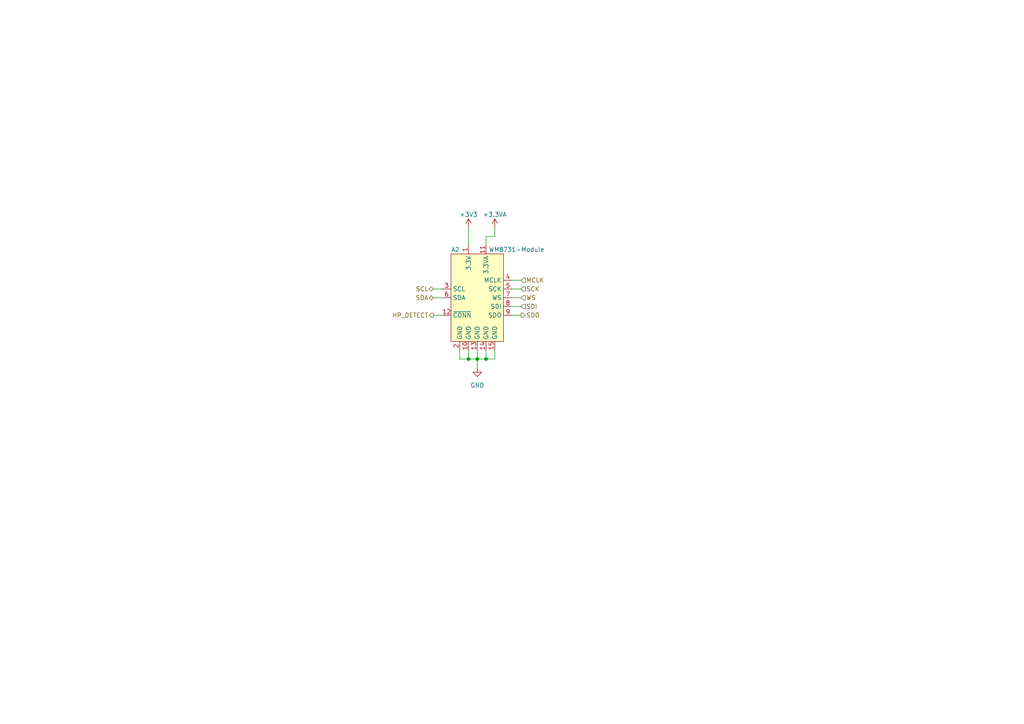
<source format=kicad_sch>
(kicad_sch (version 20210406) (generator eeschema)
  (paper "A4")
  (lib_symbols
    (symbol "HackAmp-Symbols:WM8731-Module"
      (property "Reference" "A" (at -6.35 13.97 0))
      (property "Value" "WM8731-Module" (at 11.43 13.97 0))
      (symbol "WM8731-Module_0_1"
        (rectangle (start -7.62 12.7) (end 7.62 -12.7) (stroke (width 0.1524)) (fill (type background)))
      )
      (symbol "WM8731-Module_1_1"
        (pin power_in line (at -2.54 15.24 270) (length 2.54) (name "3.3V") (number "1"))
        (pin power_in line (at -2.54 -15.24 90) (length 2.54) (name "GND") (number "10"))
        (pin power_in line (at 2.54 15.24 270) (length 2.54) (name "3.3VA") (number "11"))
        (pin output line (at -10.16 -5.08 0) (length 2.54) (name "~CONN") (number "12"))
        (pin power_in line (at 0 -15.24 90) (length 2.54) (name "GND") (number "13"))
        (pin power_in line (at 2.54 -15.24 90) (length 2.54) (name "GND") (number "14"))
        (pin power_in line (at 5.08 -15.24 90) (length 2.54) (name "GND") (number "15"))
        (pin power_in line (at -5.08 -15.24 90) (length 2.54) (name "GND") (number "2"))
        (pin bidirectional line (at -10.16 2.54 0) (length 2.54) (name "SCL") (number "3"))
        (pin input line (at 10.16 5.08 180) (length 2.54) (name "MCLK") (number "4"))
        (pin input line (at 10.16 2.54 180) (length 2.54) (name "SCK") (number "5"))
        (pin bidirectional line (at -10.16 0 0) (length 2.54) (name "SDA") (number "6"))
        (pin input line (at 10.16 0 180) (length 2.54) (name "WS") (number "7"))
        (pin input line (at 10.16 -2.54 180) (length 2.54) (name "SDI") (number "8"))
        (pin output line (at 10.16 -5.08 180) (length 2.54) (name "SDO") (number "9"))
      )
    )
    (symbol "power:+3.3V" (power) (pin_names (offset 0))
      (property "Value" "+3.3V" (at 0 3.556 0))
      (symbol "+3.3V_0_1"
        (polyline (pts (xy -0.762 1.27) (xy 0 2.54)))
        (polyline (pts (xy 0 0) (xy 0 2.54)))
        (polyline (pts (xy 0 2.54) (xy 0.762 1.27)))
      )
      (symbol "+3.3V_1_1"
        (pin power_in line (at 0 0 90) (length 0) hide (name "+3V3") (number "1"))
      )
    )
    (symbol "power:+3.3VA" (power) (pin_names (offset 0))
      (property "Value" "+3.3VA" (at 0 3.556 0))
      (symbol "+3.3VA_0_1"
        (polyline (pts (xy -0.762 1.27) (xy 0 2.54)))
        (polyline (pts (xy 0 0) (xy 0 2.54)))
        (polyline (pts (xy 0 2.54) (xy 0.762 1.27)))
      )
      (symbol "+3.3VA_1_1"
        (pin power_in line (at 0 0 90) (length 0) hide (name "+3.3VA") (number "1"))
      )
    )
    (symbol "power:GND" (power) (pin_names (offset 0))
      (property "Value" "GND" (at 0 -3.81 0))
      (symbol "GND_0_1"
        (polyline (pts (xy 0 0) (xy 0 -1.27) (xy 1.27 -1.27) (xy 0 -2.54) (xy -1.27 -1.27) (xy 0 -1.27)))
      )
      (symbol "GND_1_1"
        (pin power_in line (at 0 0 270) (length 0) hide (name "GND") (number "1"))
      )
    )
  )
  (junction (at 135.89 104.14) (diameter 0.9144))
  (junction (at 138.43 104.14) (diameter 0.9144))
  (junction (at 140.97 104.14) (diameter 0.9144))
  (wire (pts (xy 125.73 83.82) (xy 128.27 83.82)))
  (wire (pts (xy 125.73 86.36) (xy 128.27 86.36)))
  (wire (pts (xy 125.73 91.44) (xy 128.27 91.44)))
  (wire (pts (xy 133.35 101.6) (xy 133.35 104.14)))
  (wire (pts (xy 133.35 104.14) (xy 135.89 104.14)))
  (wire (pts (xy 135.89 66.04) (xy 135.89 71.12)))
  (wire (pts (xy 135.89 101.6) (xy 135.89 104.14)))
  (wire (pts (xy 135.89 104.14) (xy 138.43 104.14)))
  (wire (pts (xy 138.43 101.6) (xy 138.43 104.14)))
  (wire (pts (xy 138.43 104.14) (xy 138.43 106.68)))
  (wire (pts (xy 138.43 104.14) (xy 140.97 104.14)))
  (wire (pts (xy 140.97 68.58) (xy 140.97 71.12)))
  (wire (pts (xy 140.97 68.58) (xy 143.51 68.58)))
  (wire (pts (xy 140.97 104.14) (xy 140.97 101.6)))
  (wire (pts (xy 143.51 68.58) (xy 143.51 66.04)))
  (wire (pts (xy 143.51 101.6) (xy 143.51 104.14)))
  (wire (pts (xy 143.51 104.14) (xy 140.97 104.14)))
  (wire (pts (xy 148.59 81.28) (xy 151.13 81.28)))
  (wire (pts (xy 148.59 83.82) (xy 151.13 83.82)))
  (wire (pts (xy 148.59 86.36) (xy 151.13 86.36)))
  (wire (pts (xy 148.59 88.9) (xy 151.13 88.9)))
  (wire (pts (xy 148.59 91.44) (xy 151.13 91.44)))
  (hierarchical_label "SCL" (shape bidirectional) (at 125.73 83.82 180))
  (hierarchical_label "SDA" (shape bidirectional) (at 125.73 86.36 180))
  (hierarchical_label "HP_DETECT" (shape output) (at 125.73 91.44 180))
  (hierarchical_label "MCLK" (shape input) (at 151.13 81.28 0))
  (hierarchical_label "SCK" (shape input) (at 151.13 83.82 0))
  (hierarchical_label "WS" (shape input) (at 151.13 86.36 0))
  (hierarchical_label "SDI" (shape input) (at 151.13 88.9 0))
  (hierarchical_label "SDO" (shape output) (at 151.13 91.44 0))
  (symbol (lib_id "power:+3.3V") (at 135.89 66.04 0) (unit 1)
    (property "Reference" "#PWR0120" (effects hide))
    (property "Value" "+3.3V" (at 135.89 62.23 0))
  )
  (symbol (lib_id "power:+3.3VA") (at 143.51 66.04 0) (unit 1)
    (property "Reference" "#PWR0121" (effects hide))
    (property "Value" "+3.3VA" (at 143.51 62.23 0))
  )
  (symbol (lib_id "power:GND") (at 138.43 106.68 0) (unit 1)
    (property "Reference" "#PWR0119" (effects hide))
    (property "Value" "GND" (at 138.43 111.76 0))
  )
  (symbol (lib_id "HackAmp-Symbols:WM8731-Module") (at 138.43 86.36 0) (unit 1)
    (property "Reference" "A2" (at 132.08 72.39 0))
    (property "Value" "WM8731-Module" (at 149.86 72.39 0))
    (property "Footprint" "HackAmp-Footprints:WM8731_Module_Reverse" (effects hide))
  )
)
</source>
